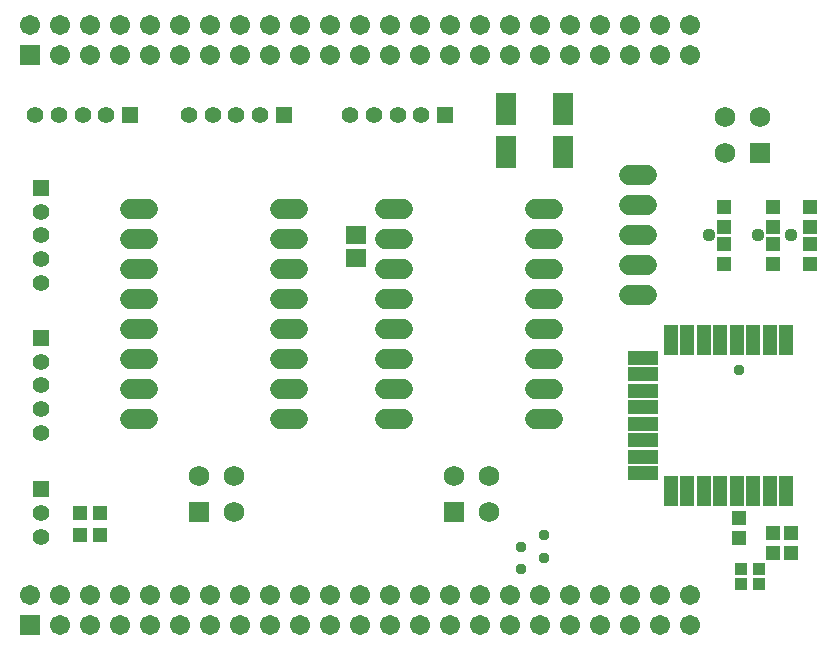
<source format=gts>
G75*
%MOIN*%
%OFA0B0*%
%FSLAX25Y25*%
%IPPOS*%
%LPD*%
%AMOC8*
5,1,8,0,0,1.08239X$1,22.5*
%
%ADD10R,0.04737X0.10446*%
%ADD11R,0.10446X0.04737*%
%ADD12R,0.07099X0.11036*%
%ADD13R,0.06824X0.06824*%
%ADD14C,0.06824*%
%ADD15C,0.06800*%
%ADD16R,0.05131X0.04737*%
%ADD17R,0.03950X0.03950*%
%ADD18R,0.06706X0.06706*%
%ADD19C,0.06706*%
%ADD20R,0.06706X0.05918*%
%ADD21R,0.05600X0.05600*%
%ADD22C,0.05600*%
%ADD23R,0.04737X0.05131*%
%ADD24C,0.04369*%
%ADD25C,0.03778*%
D10*
X0228504Y0054103D03*
X0234016Y0054103D03*
X0239528Y0054103D03*
X0245039Y0054103D03*
X0250551Y0054103D03*
X0256063Y0054103D03*
X0261575Y0054103D03*
X0267087Y0054103D03*
X0267087Y0104497D03*
X0261575Y0104497D03*
X0256063Y0104497D03*
X0250551Y0104497D03*
X0245039Y0104497D03*
X0239528Y0104497D03*
X0234016Y0104497D03*
X0228504Y0104497D03*
D11*
X0219469Y0098591D03*
X0219469Y0093080D03*
X0219469Y0087568D03*
X0219469Y0082056D03*
X0219469Y0076544D03*
X0219469Y0071032D03*
X0219469Y0065520D03*
X0219469Y0060009D03*
D12*
X0192500Y0167213D03*
X0192500Y0181387D03*
X0173750Y0181387D03*
X0173750Y0167213D03*
D13*
X0258406Y0166800D03*
X0156250Y0047144D03*
X0071250Y0047144D03*
D14*
X0083061Y0047144D03*
X0083061Y0058956D03*
X0071250Y0058956D03*
X0156250Y0058956D03*
X0168061Y0058956D03*
X0168061Y0047144D03*
X0246594Y0166800D03*
X0246594Y0178611D03*
X0258406Y0178611D03*
D15*
X0220500Y0159300D02*
X0214500Y0159300D01*
X0214500Y0149300D02*
X0220500Y0149300D01*
X0220500Y0139300D02*
X0214500Y0139300D01*
X0214500Y0129300D02*
X0220500Y0129300D01*
X0220500Y0119300D02*
X0214500Y0119300D01*
X0189250Y0118050D02*
X0183250Y0118050D01*
X0183250Y0128050D02*
X0189250Y0128050D01*
X0189250Y0138050D02*
X0183250Y0138050D01*
X0183250Y0148050D02*
X0189250Y0148050D01*
X0139250Y0148050D02*
X0133250Y0148050D01*
X0133250Y0138050D02*
X0139250Y0138050D01*
X0139250Y0128050D02*
X0133250Y0128050D01*
X0133250Y0118050D02*
X0139250Y0118050D01*
X0139250Y0108050D02*
X0133250Y0108050D01*
X0133250Y0098050D02*
X0139250Y0098050D01*
X0139250Y0088050D02*
X0133250Y0088050D01*
X0133250Y0078050D02*
X0139250Y0078050D01*
X0104250Y0078050D02*
X0098250Y0078050D01*
X0098250Y0088050D02*
X0104250Y0088050D01*
X0104250Y0098050D02*
X0098250Y0098050D01*
X0098250Y0108050D02*
X0104250Y0108050D01*
X0104250Y0118050D02*
X0098250Y0118050D01*
X0098250Y0128050D02*
X0104250Y0128050D01*
X0104250Y0138050D02*
X0098250Y0138050D01*
X0098250Y0148050D02*
X0104250Y0148050D01*
X0054250Y0148050D02*
X0048250Y0148050D01*
X0048250Y0138050D02*
X0054250Y0138050D01*
X0054250Y0128050D02*
X0048250Y0128050D01*
X0048250Y0118050D02*
X0054250Y0118050D01*
X0054250Y0108050D02*
X0048250Y0108050D01*
X0048250Y0098050D02*
X0054250Y0098050D01*
X0054250Y0088050D02*
X0048250Y0088050D01*
X0048250Y0078050D02*
X0054250Y0078050D01*
X0183250Y0078050D02*
X0189250Y0078050D01*
X0189250Y0088050D02*
X0183250Y0088050D01*
X0183250Y0098050D02*
X0189250Y0098050D01*
X0189250Y0108050D02*
X0183250Y0108050D01*
D16*
X0246250Y0129704D03*
X0246250Y0136396D03*
X0246250Y0142204D03*
X0246250Y0148896D03*
X0262500Y0148896D03*
X0262500Y0142204D03*
X0262500Y0136396D03*
X0262500Y0129704D03*
X0275000Y0129704D03*
X0275000Y0136396D03*
X0275000Y0142204D03*
X0275000Y0148896D03*
X0251250Y0045146D03*
X0251250Y0038454D03*
X0262500Y0040146D03*
X0268750Y0040146D03*
X0268750Y0033454D03*
X0262500Y0033454D03*
D17*
X0257953Y0028050D03*
X0257953Y0023050D03*
X0252047Y0023050D03*
X0252047Y0028050D03*
D18*
X0015000Y0009300D03*
X0015000Y0199300D03*
D19*
X0025000Y0199300D03*
X0035000Y0199300D03*
X0045000Y0199300D03*
X0055000Y0199300D03*
X0065000Y0199300D03*
X0075000Y0199300D03*
X0085000Y0199300D03*
X0095000Y0199300D03*
X0105000Y0199300D03*
X0115000Y0199300D03*
X0125000Y0199300D03*
X0135000Y0199300D03*
X0145000Y0199300D03*
X0155000Y0199300D03*
X0165000Y0199300D03*
X0175000Y0199300D03*
X0185000Y0199300D03*
X0195000Y0199300D03*
X0205000Y0199300D03*
X0215000Y0199300D03*
X0225000Y0199300D03*
X0235000Y0199300D03*
X0235000Y0209300D03*
X0225000Y0209300D03*
X0215000Y0209300D03*
X0205000Y0209300D03*
X0195000Y0209300D03*
X0185000Y0209300D03*
X0175000Y0209300D03*
X0165000Y0209300D03*
X0155000Y0209300D03*
X0145000Y0209300D03*
X0135000Y0209300D03*
X0125000Y0209300D03*
X0115000Y0209300D03*
X0105000Y0209300D03*
X0095000Y0209300D03*
X0085000Y0209300D03*
X0075000Y0209300D03*
X0065000Y0209300D03*
X0055000Y0209300D03*
X0045000Y0209300D03*
X0035000Y0209300D03*
X0025000Y0209300D03*
X0015000Y0209300D03*
X0015000Y0019300D03*
X0025000Y0019300D03*
X0035000Y0019300D03*
X0045000Y0019300D03*
X0055000Y0019300D03*
X0065000Y0019300D03*
X0065000Y0009300D03*
X0055000Y0009300D03*
X0045000Y0009300D03*
X0035000Y0009300D03*
X0025000Y0009300D03*
X0075000Y0009300D03*
X0085000Y0009300D03*
X0095000Y0009300D03*
X0105000Y0009300D03*
X0115000Y0009300D03*
X0115000Y0019300D03*
X0105000Y0019300D03*
X0095000Y0019300D03*
X0085000Y0019300D03*
X0075000Y0019300D03*
X0125000Y0019300D03*
X0135000Y0019300D03*
X0145000Y0019300D03*
X0155000Y0019300D03*
X0165000Y0019300D03*
X0165000Y0009300D03*
X0155000Y0009300D03*
X0145000Y0009300D03*
X0135000Y0009300D03*
X0125000Y0009300D03*
X0175000Y0009300D03*
X0185000Y0009300D03*
X0195000Y0009300D03*
X0205000Y0009300D03*
X0215000Y0009300D03*
X0215000Y0019300D03*
X0205000Y0019300D03*
X0195000Y0019300D03*
X0185000Y0019300D03*
X0175000Y0019300D03*
X0225000Y0019300D03*
X0235000Y0019300D03*
X0235000Y0009300D03*
X0225000Y0009300D03*
D20*
X0123750Y0131810D03*
X0123750Y0139290D03*
D21*
X0099498Y0179300D03*
X0048248Y0179300D03*
X0018750Y0155048D03*
X0018750Y0105048D03*
X0018750Y0054674D03*
X0153248Y0179300D03*
D22*
X0145374Y0179300D03*
X0137500Y0179300D03*
X0129626Y0179300D03*
X0121752Y0179300D03*
X0091624Y0179300D03*
X0083750Y0179300D03*
X0075876Y0179300D03*
X0068002Y0179300D03*
X0040374Y0179300D03*
X0032500Y0179300D03*
X0024626Y0179300D03*
X0016752Y0179300D03*
X0018750Y0147174D03*
X0018750Y0139300D03*
X0018750Y0131426D03*
X0018750Y0123552D03*
X0018750Y0097174D03*
X0018750Y0089300D03*
X0018750Y0081426D03*
X0018750Y0073552D03*
X0018750Y0046800D03*
X0018750Y0038926D03*
D23*
X0031654Y0039300D03*
X0038346Y0039300D03*
X0038346Y0046800D03*
X0031654Y0046800D03*
D24*
X0241250Y0139300D03*
X0257500Y0139300D03*
X0268750Y0139300D03*
D25*
X0251250Y0094300D03*
X0186250Y0039300D03*
X0178750Y0035550D03*
X0186250Y0031800D03*
X0178750Y0028050D03*
M02*

</source>
